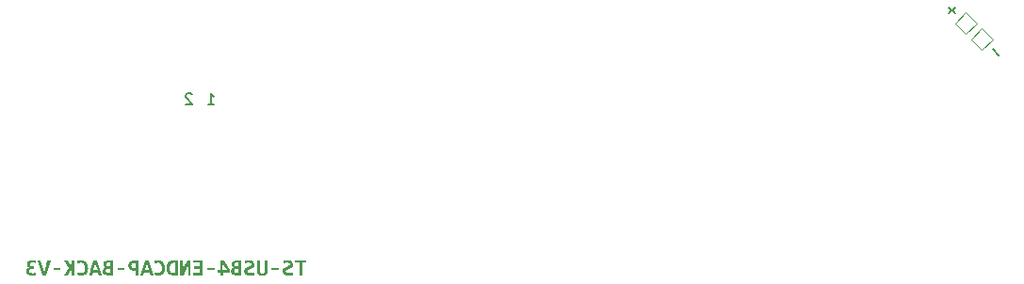
<source format=gbr>
%TF.GenerationSoftware,KiCad,Pcbnew,9.0.0-rc1-661-gd7f89c6576*%
%TF.CreationDate,2025-01-26T21:50:08-05:00*%
%TF.ProjectId,TS_Back_Endcap,54535f42-6163-46b5-9f45-6e646361702e,rev?*%
%TF.SameCoordinates,Original*%
%TF.FileFunction,Legend,Bot*%
%TF.FilePolarity,Positive*%
%FSLAX46Y46*%
G04 Gerber Fmt 4.6, Leading zero omitted, Abs format (unit mm)*
G04 Created by KiCad (PCBNEW 9.0.0-rc1-661-gd7f89c6576) date 2025-01-26 21:50:08*
%MOMM*%
%LPD*%
G01*
G04 APERTURE LIST*
%ADD10C,0.150000*%
%ADD11C,0.300000*%
%ADD12C,0.120000*%
G04 APERTURE END LIST*
D10*
X196003332Y-96791405D02*
X195464584Y-96252657D01*
X191495881Y-92497880D02*
X192034629Y-93036628D01*
X191495881Y-93036628D02*
X192034629Y-92497880D01*
D11*
G36*
X133117977Y-115497028D02*
G01*
X133117977Y-116622500D01*
X133376172Y-116622500D01*
X133376172Y-115497028D01*
X133742994Y-115497028D01*
X133742994Y-115286003D01*
X132751154Y-115286003D01*
X132751154Y-115497028D01*
X133117977Y-115497028D01*
G37*
G36*
X131625500Y-116218217D02*
G01*
X131636115Y-116322883D01*
X131665983Y-116408634D01*
X131714570Y-116482440D01*
X131779190Y-116542083D01*
X131857305Y-116587290D01*
X131952389Y-116620393D01*
X132055502Y-116639335D01*
X132171658Y-116645947D01*
X132276176Y-116642854D01*
X132375539Y-116633765D01*
X132473250Y-116617563D01*
X132570262Y-116593190D01*
X132570262Y-116346994D01*
X132471893Y-116376669D01*
X132368853Y-116400941D01*
X132265905Y-116417244D01*
X132166529Y-116423197D01*
X132097476Y-116419856D01*
X132044529Y-116410924D01*
X131997356Y-116395608D01*
X131962555Y-116377035D01*
X131934707Y-116352983D01*
X131916485Y-116325836D01*
X131905773Y-116294867D01*
X131902105Y-116260165D01*
X131909373Y-116214412D01*
X131930315Y-116177825D01*
X131962046Y-116147215D01*
X132004596Y-116119023D01*
X132109650Y-116072953D01*
X132229543Y-116028898D01*
X132349436Y-115975683D01*
X132405361Y-115942285D01*
X132454491Y-115902044D01*
X132495859Y-115854179D01*
X132528771Y-115797172D01*
X132549409Y-115732327D01*
X132556890Y-115650352D01*
X132549665Y-115573323D01*
X132528222Y-115500967D01*
X132491688Y-115435293D01*
X132438096Y-115377685D01*
X132370084Y-115331519D01*
X132280285Y-115293788D01*
X132178458Y-115270983D01*
X132047643Y-115262555D01*
X131964204Y-115266585D01*
X131878108Y-115276844D01*
X131796134Y-115291773D01*
X131723869Y-115309450D01*
X131723869Y-115538061D01*
X131795585Y-115514614D01*
X131876002Y-115496021D01*
X131959533Y-115483748D01*
X132039400Y-115479443D01*
X132103479Y-115482371D01*
X132152149Y-115490159D01*
X132195592Y-115503413D01*
X132227986Y-115519651D01*
X132253959Y-115541006D01*
X132271034Y-115565905D01*
X132280915Y-115594463D01*
X132284315Y-115626813D01*
X132277256Y-115665905D01*
X132256196Y-115698987D01*
X132224534Y-115726771D01*
X132181366Y-115753209D01*
X132075853Y-115798180D01*
X131954953Y-115843243D01*
X131834053Y-115898014D01*
X131777925Y-115932183D01*
X131728448Y-115972661D01*
X131686599Y-116020407D01*
X131653710Y-116076525D01*
X131632939Y-116139941D01*
X131625500Y-116218217D01*
G37*
G36*
X131259136Y-116177001D02*
G01*
X131259136Y-115954251D01*
X130621754Y-115954251D01*
X130621754Y-116177001D01*
X131259136Y-116177001D01*
G37*
G36*
X129299362Y-116130564D02*
G01*
X129308439Y-116253776D01*
X129333708Y-116355054D01*
X129376211Y-116444847D01*
X129432077Y-116516162D01*
X129502436Y-116572182D01*
X129588332Y-116613249D01*
X129684136Y-116637443D01*
X129795327Y-116645947D01*
X129919223Y-116637172D01*
X130016703Y-116613249D01*
X130101650Y-116572489D01*
X130166363Y-116519185D01*
X130215333Y-116451974D01*
X130249344Y-116369891D01*
X130268217Y-116278818D01*
X130274898Y-116172513D01*
X130274898Y-115286003D01*
X130022840Y-115286003D01*
X130022840Y-116159049D01*
X130019727Y-116224643D01*
X130011116Y-116278941D01*
X129994598Y-116327942D01*
X129970083Y-116367510D01*
X129937264Y-116399325D01*
X129896810Y-116422373D01*
X129849507Y-116435770D01*
X129786077Y-116440783D01*
X129726344Y-116436495D01*
X129680564Y-116424938D01*
X129641074Y-116404120D01*
X129608848Y-116373647D01*
X129584327Y-116334599D01*
X129565800Y-116282971D01*
X129555328Y-116224614D01*
X129551420Y-116148790D01*
X129551420Y-115286003D01*
X129299362Y-115286003D01*
X129299362Y-116130564D01*
G37*
G36*
X128165556Y-116218217D02*
G01*
X128176170Y-116322883D01*
X128206039Y-116408634D01*
X128254626Y-116482440D01*
X128319246Y-116542083D01*
X128397361Y-116587290D01*
X128492444Y-116620393D01*
X128595558Y-116639335D01*
X128711713Y-116645947D01*
X128816232Y-116642854D01*
X128915595Y-116633765D01*
X129013306Y-116617563D01*
X129110318Y-116593190D01*
X129110318Y-116346994D01*
X129011949Y-116376669D01*
X128908909Y-116400941D01*
X128805961Y-116417244D01*
X128706584Y-116423197D01*
X128637532Y-116419856D01*
X128584585Y-116410924D01*
X128537412Y-116395608D01*
X128502611Y-116377035D01*
X128474763Y-116352983D01*
X128456541Y-116325836D01*
X128445829Y-116294867D01*
X128442161Y-116260165D01*
X128449428Y-116214412D01*
X128470371Y-116177825D01*
X128502102Y-116147215D01*
X128544651Y-116119023D01*
X128649706Y-116072953D01*
X128769599Y-116028898D01*
X128889492Y-115975683D01*
X128945416Y-115942285D01*
X128994547Y-115902044D01*
X129035914Y-115854179D01*
X129068827Y-115797172D01*
X129089465Y-115732327D01*
X129096945Y-115650352D01*
X129089721Y-115573323D01*
X129068277Y-115500967D01*
X129031744Y-115435293D01*
X128978152Y-115377685D01*
X128910140Y-115331519D01*
X128820340Y-115293788D01*
X128718514Y-115270983D01*
X128587699Y-115262555D01*
X128504260Y-115266585D01*
X128418164Y-115276844D01*
X128336190Y-115291773D01*
X128263925Y-115309450D01*
X128263925Y-115538061D01*
X128335641Y-115514614D01*
X128416057Y-115496021D01*
X128499589Y-115483748D01*
X128579456Y-115479443D01*
X128643535Y-115482371D01*
X128692205Y-115490159D01*
X128735648Y-115503413D01*
X128768042Y-115519651D01*
X128794015Y-115541006D01*
X128811090Y-115565905D01*
X128820971Y-115594463D01*
X128824370Y-115626813D01*
X128817312Y-115665905D01*
X128796252Y-115698987D01*
X128764590Y-115726771D01*
X128721422Y-115753209D01*
X128615909Y-115798180D01*
X128495009Y-115843243D01*
X128374109Y-115898014D01*
X128317981Y-115932183D01*
X128268504Y-115972661D01*
X128226655Y-116020407D01*
X128193766Y-116076525D01*
X128172995Y-116139941D01*
X128165556Y-116218217D01*
G37*
G36*
X127925221Y-116622500D02*
G01*
X127516358Y-116622500D01*
X127384321Y-116614875D01*
X127276872Y-116593862D01*
X127189857Y-116561636D01*
X127119769Y-116519460D01*
X127060809Y-116462941D01*
X127018449Y-116394580D01*
X126991920Y-116311957D01*
X126982922Y-116216202D01*
X127254042Y-116216202D01*
X127258067Y-116257187D01*
X127269978Y-116295245D01*
X127289493Y-116329642D01*
X127316598Y-116359358D01*
X127350252Y-116383180D01*
X127392894Y-116401948D01*
X127440667Y-116413260D01*
X127498956Y-116417336D01*
X127675177Y-116417336D01*
X127675177Y-116030455D01*
X127518373Y-116030455D01*
X127429829Y-116036987D01*
X127365326Y-116054232D01*
X127319163Y-116079731D01*
X127283085Y-116116651D01*
X127261565Y-116161307D01*
X127254042Y-116216202D01*
X126982922Y-116216202D01*
X126982474Y-116211439D01*
X126987644Y-116148900D01*
X127002441Y-116094569D01*
X127026279Y-116045290D01*
X127056754Y-116003893D01*
X127093916Y-115969021D01*
X127136713Y-115941337D01*
X127183552Y-115921182D01*
X127232518Y-115909005D01*
X127185101Y-115888074D01*
X127145415Y-115861103D01*
X127111499Y-115828112D01*
X127083957Y-115790761D01*
X127062637Y-115749254D01*
X127047595Y-115703566D01*
X127038749Y-115655625D01*
X127038410Y-115649986D01*
X127298097Y-115649986D01*
X127301111Y-115687723D01*
X127309912Y-115722159D01*
X127325371Y-115753575D01*
X127348838Y-115781602D01*
X127379018Y-115804258D01*
X127418539Y-115822268D01*
X127463658Y-115833020D01*
X127522495Y-115837015D01*
X127675177Y-115837015D01*
X127675177Y-115485305D01*
X127522495Y-115485305D01*
X127464393Y-115488485D01*
X127419547Y-115497028D01*
X127379731Y-115511610D01*
X127349846Y-115530001D01*
X127326253Y-115553793D01*
X127310370Y-115581842D01*
X127301269Y-115613557D01*
X127298097Y-115649986D01*
X127038410Y-115649986D01*
X127035780Y-115606205D01*
X127043570Y-115527648D01*
X127065493Y-115463138D01*
X127100687Y-115409739D01*
X127150086Y-115365595D01*
X127207823Y-115333564D01*
X127281708Y-115308610D01*
X127375320Y-115292073D01*
X127492820Y-115286003D01*
X127925221Y-115286003D01*
X127925221Y-116622500D01*
G37*
G36*
X126864138Y-116136243D02*
G01*
X126864138Y-116352855D01*
X126241136Y-116352855D01*
X126241136Y-116622500D01*
X125997229Y-116622500D01*
X125997229Y-116352855D01*
X125794355Y-116352855D01*
X125794355Y-116130106D01*
X125997229Y-116130106D01*
X126238022Y-116130106D01*
X126619224Y-116130106D01*
X126238022Y-115527895D01*
X126238022Y-116130106D01*
X125997229Y-116130106D01*
X125997229Y-115286003D01*
X126341520Y-115286003D01*
X126864138Y-116136243D01*
G37*
G36*
X125492562Y-116177001D02*
G01*
X125492562Y-115954251D01*
X124855180Y-115954251D01*
X124855180Y-116177001D01*
X125492562Y-116177001D01*
G37*
G36*
X124408857Y-116622500D02*
G01*
X124408857Y-115286003D01*
X123602489Y-115286003D01*
X123602489Y-115497028D01*
X124152768Y-115497028D01*
X124152768Y-115831153D01*
X123628134Y-115831153D01*
X123628134Y-116036317D01*
X124152768Y-116036317D01*
X124152768Y-116411474D01*
X123602489Y-116411474D01*
X123602489Y-116622500D01*
X124408857Y-116622500D01*
G37*
G36*
X122685846Y-116622500D02*
G01*
X123044516Y-115824924D01*
X123118247Y-115653100D01*
X123118247Y-116207317D01*
X123118247Y-116622500D01*
X123347774Y-116622500D01*
X123347774Y-115286003D01*
X123038380Y-115286003D01*
X122672565Y-116088707D01*
X122607993Y-116245144D01*
X122607993Y-115655115D01*
X122607993Y-115286003D01*
X122378466Y-115286003D01*
X122378466Y-116622500D01*
X122685846Y-116622500D01*
G37*
G36*
X122202703Y-116622500D02*
G01*
X121862533Y-116622500D01*
X121744888Y-116616587D01*
X121644217Y-116599958D01*
X121558176Y-116573956D01*
X121476960Y-116536115D01*
X121407947Y-116490114D01*
X121349715Y-116435928D01*
X121300744Y-116373008D01*
X121260782Y-116301306D01*
X121229822Y-116219682D01*
X121201360Y-116088507D01*
X121192434Y-115953702D01*
X121461823Y-115953702D01*
X121469167Y-116074931D01*
X121489105Y-116170097D01*
X121519214Y-116244131D01*
X121558176Y-116301106D01*
X121609827Y-116347940D01*
X121672368Y-116382125D01*
X121748055Y-116403747D01*
X121840002Y-116411474D01*
X121950644Y-116411474D01*
X121950644Y-115497028D01*
X121822508Y-115497028D01*
X121724036Y-115505325D01*
X121649401Y-115527711D01*
X121586367Y-115565666D01*
X121538209Y-115617104D01*
X121503361Y-115680674D01*
X121479225Y-115760628D01*
X121466433Y-115848468D01*
X121461823Y-115953702D01*
X121192434Y-115953702D01*
X121191354Y-115937398D01*
X121196062Y-115824362D01*
X121209274Y-115727572D01*
X121229822Y-115644948D01*
X121260597Y-115565970D01*
X121299061Y-115498973D01*
X121345044Y-115442440D01*
X121399768Y-115394442D01*
X121463418Y-115355116D01*
X121537202Y-115324379D01*
X121657970Y-115296188D01*
X121806113Y-115286003D01*
X122202703Y-115286003D01*
X122202703Y-116622500D01*
G37*
G36*
X120108748Y-116563881D02*
G01*
X120197854Y-116598023D01*
X120281397Y-116621309D01*
X120366038Y-116635333D01*
X120455053Y-116640085D01*
X120550715Y-116635026D01*
X120635494Y-116620559D01*
X120710776Y-116597495D01*
X120781676Y-116564129D01*
X120843897Y-116522001D01*
X120898354Y-116470825D01*
X120944207Y-116411670D01*
X120982854Y-116342569D01*
X121014125Y-116262180D01*
X121035312Y-116178187D01*
X121048766Y-116082133D01*
X121053510Y-115972386D01*
X121048387Y-115860071D01*
X121033743Y-115760197D01*
X121010462Y-115671326D01*
X120976779Y-115586121D01*
X120935749Y-115512365D01*
X120887547Y-115448760D01*
X120830541Y-115393081D01*
X120766084Y-115347055D01*
X120693373Y-115310274D01*
X120615825Y-115284224D01*
X120530642Y-115268121D01*
X120436644Y-115262555D01*
X120350090Y-115264570D01*
X120270681Y-115272081D01*
X120191821Y-115286461D01*
X120108748Y-115309450D01*
X120108748Y-115561509D01*
X120195687Y-115525563D01*
X120274802Y-115502799D01*
X120352194Y-115489425D01*
X120418234Y-115485305D01*
X120508939Y-115494394D01*
X120581174Y-115519651D01*
X120642774Y-115560826D01*
X120692366Y-115615822D01*
X120729527Y-115682253D01*
X120756388Y-115763192D01*
X120771507Y-115851046D01*
X120776813Y-115950954D01*
X120771281Y-116056279D01*
X120755839Y-116144852D01*
X120728310Y-116225361D01*
X120690717Y-116289658D01*
X120640661Y-116341870D01*
X120578060Y-116380241D01*
X120505272Y-116403219D01*
X120415120Y-116411474D01*
X120341847Y-116404696D01*
X120261980Y-116386744D01*
X120182021Y-116360457D01*
X120108748Y-116329408D01*
X120108748Y-116563881D01*
G37*
G36*
X119980062Y-116622500D02*
G01*
X119730019Y-116622500D01*
X119654273Y-116358717D01*
X119186975Y-116358717D01*
X119113244Y-116622500D01*
X118834533Y-116622500D01*
X118973655Y-116153553D01*
X119243304Y-116153553D01*
X119593823Y-116153553D01*
X119417510Y-115527070D01*
X119243304Y-116153553D01*
X118973655Y-116153553D01*
X119231030Y-115286003D01*
X119583564Y-115286003D01*
X119980062Y-116622500D01*
G37*
G36*
X118692567Y-116622500D02*
G01*
X118438401Y-116622500D01*
X118438401Y-116194586D01*
X118310357Y-116194586D01*
X118179947Y-116185120D01*
X118072678Y-116158774D01*
X117977147Y-116114834D01*
X117901586Y-116058390D01*
X117841424Y-115987906D01*
X117798088Y-115905250D01*
X117772114Y-115813720D01*
X117764736Y-115729670D01*
X118027524Y-115729670D01*
X118032176Y-115785707D01*
X118045476Y-115834267D01*
X118067659Y-115877885D01*
X118097774Y-115914501D01*
X118135467Y-115943752D01*
X118182221Y-115965792D01*
X118234727Y-115978879D01*
X118297992Y-115983560D01*
X118438401Y-115983560D01*
X118438401Y-115497028D01*
X118306235Y-115497028D01*
X118237211Y-115501398D01*
X118182313Y-115513332D01*
X118133551Y-115533631D01*
X118095668Y-115560043D01*
X118065730Y-115593606D01*
X118044468Y-115633682D01*
X118031899Y-115678470D01*
X118027524Y-115729670D01*
X117764736Y-115729670D01*
X117763192Y-115712084D01*
X117772398Y-115613588D01*
X117798546Y-115530368D01*
X117842082Y-115457253D01*
X117902044Y-115396645D01*
X117976295Y-115349787D01*
X118070114Y-115314213D01*
X118174153Y-115293476D01*
X118300099Y-115286003D01*
X118692567Y-115286003D01*
X118692567Y-116622500D01*
G37*
G36*
X117419359Y-116177001D02*
G01*
X117419359Y-115954251D01*
X116781977Y-115954251D01*
X116781977Y-116177001D01*
X117419359Y-116177001D01*
G37*
G36*
X116392074Y-116622500D02*
G01*
X115983211Y-116622500D01*
X115851174Y-116614875D01*
X115743725Y-116593862D01*
X115656710Y-116561636D01*
X115586622Y-116519460D01*
X115527662Y-116462941D01*
X115485302Y-116394580D01*
X115458773Y-116311957D01*
X115449775Y-116216202D01*
X115720894Y-116216202D01*
X115724920Y-116257187D01*
X115736831Y-116295245D01*
X115756346Y-116329642D01*
X115783451Y-116359358D01*
X115817105Y-116383180D01*
X115859746Y-116401948D01*
X115907520Y-116413260D01*
X115965809Y-116417336D01*
X116142030Y-116417336D01*
X116142030Y-116030455D01*
X115985226Y-116030455D01*
X115896682Y-116036987D01*
X115832179Y-116054232D01*
X115786016Y-116079731D01*
X115749938Y-116116651D01*
X115728418Y-116161307D01*
X115720894Y-116216202D01*
X115449775Y-116216202D01*
X115449327Y-116211439D01*
X115454497Y-116148900D01*
X115469294Y-116094569D01*
X115493132Y-116045290D01*
X115523607Y-116003893D01*
X115560769Y-115969021D01*
X115603566Y-115941337D01*
X115650404Y-115921182D01*
X115699370Y-115909005D01*
X115651954Y-115888074D01*
X115612267Y-115861103D01*
X115578352Y-115828112D01*
X115550810Y-115790761D01*
X115529489Y-115749254D01*
X115514448Y-115703566D01*
X115505601Y-115655625D01*
X115505262Y-115649986D01*
X115764950Y-115649986D01*
X115767964Y-115687723D01*
X115776765Y-115722159D01*
X115792224Y-115753575D01*
X115815691Y-115781602D01*
X115845870Y-115804258D01*
X115885392Y-115822268D01*
X115930511Y-115833020D01*
X115989348Y-115837015D01*
X116142030Y-115837015D01*
X116142030Y-115485305D01*
X115989348Y-115485305D01*
X115931245Y-115488485D01*
X115886399Y-115497028D01*
X115846583Y-115511610D01*
X115816699Y-115530001D01*
X115793106Y-115553793D01*
X115777223Y-115581842D01*
X115768122Y-115613557D01*
X115764950Y-115649986D01*
X115505262Y-115649986D01*
X115502633Y-115606205D01*
X115510423Y-115527648D01*
X115532346Y-115463138D01*
X115567539Y-115409739D01*
X115616939Y-115365595D01*
X115674675Y-115333564D01*
X115748561Y-115308610D01*
X115842173Y-115292073D01*
X115959672Y-115286003D01*
X116392074Y-115286003D01*
X116392074Y-116622500D01*
G37*
G36*
X115366803Y-116622500D02*
G01*
X115116760Y-116622500D01*
X115041014Y-116358717D01*
X114573716Y-116358717D01*
X114499985Y-116622500D01*
X114221274Y-116622500D01*
X114360396Y-116153553D01*
X114630045Y-116153553D01*
X114980564Y-116153553D01*
X114804251Y-115527070D01*
X114630045Y-116153553D01*
X114360396Y-116153553D01*
X114617772Y-115286003D01*
X114970306Y-115286003D01*
X115366803Y-116622500D01*
G37*
G36*
X113188859Y-116563881D02*
G01*
X113277966Y-116598023D01*
X113361508Y-116621309D01*
X113446150Y-116635333D01*
X113535165Y-116640085D01*
X113630827Y-116635026D01*
X113715605Y-116620559D01*
X113790887Y-116597495D01*
X113861787Y-116564129D01*
X113924008Y-116522001D01*
X113978466Y-116470825D01*
X114024318Y-116411670D01*
X114062966Y-116342569D01*
X114094237Y-116262180D01*
X114115423Y-116178187D01*
X114128878Y-116082133D01*
X114133621Y-115972386D01*
X114128499Y-115860071D01*
X114113855Y-115760197D01*
X114090573Y-115671326D01*
X114056891Y-115586121D01*
X114015860Y-115512365D01*
X113967658Y-115448760D01*
X113910653Y-115393081D01*
X113846195Y-115347055D01*
X113773485Y-115310274D01*
X113695937Y-115284224D01*
X113610753Y-115268121D01*
X113516755Y-115262555D01*
X113430202Y-115264570D01*
X113350792Y-115272081D01*
X113271932Y-115286461D01*
X113188859Y-115309450D01*
X113188859Y-115561509D01*
X113275799Y-115525563D01*
X113354914Y-115502799D01*
X113432306Y-115489425D01*
X113498346Y-115485305D01*
X113589051Y-115494394D01*
X113661286Y-115519651D01*
X113722886Y-115560826D01*
X113772478Y-115615822D01*
X113809638Y-115682253D01*
X113836500Y-115763192D01*
X113851619Y-115851046D01*
X113856925Y-115950954D01*
X113851392Y-116056279D01*
X113835950Y-116144852D01*
X113808422Y-116225361D01*
X113770829Y-116289658D01*
X113720773Y-116341870D01*
X113658172Y-116380241D01*
X113585383Y-116403219D01*
X113495231Y-116411474D01*
X113421959Y-116404696D01*
X113342091Y-116386744D01*
X113262132Y-116360457D01*
X113188859Y-116329408D01*
X113188859Y-116563881D01*
G37*
G36*
X112273223Y-116622500D02*
G01*
X112675949Y-115976233D01*
X112675949Y-116622500D01*
X112932130Y-116622500D01*
X112932130Y-115286003D01*
X112675949Y-115286003D01*
X112675949Y-115898106D01*
X112275330Y-115286003D01*
X111970973Y-115286003D01*
X112425906Y-115924484D01*
X111947434Y-116622500D01*
X112273223Y-116622500D01*
G37*
G36*
X111652786Y-116177001D02*
G01*
X111652786Y-115954251D01*
X111015403Y-115954251D01*
X111015403Y-116177001D01*
X111652786Y-116177001D01*
G37*
G36*
X110014771Y-116622500D02*
G01*
X110348803Y-116622500D01*
X110757666Y-115286003D01*
X110471810Y-115286003D01*
X110245306Y-116090813D01*
X110172582Y-116354596D01*
X110096745Y-116075426D01*
X109872347Y-115286003D01*
X109603893Y-115286003D01*
X110014771Y-116622500D01*
G37*
G36*
X108559206Y-116216385D02*
G01*
X108568724Y-116312259D01*
X108596117Y-116395354D01*
X108642284Y-116468226D01*
X108709323Y-116530634D01*
X108792633Y-116578686D01*
X108901481Y-116616271D01*
X109022639Y-116637989D01*
X109173965Y-116645947D01*
X109247329Y-116644207D01*
X109323625Y-116639535D01*
X109397447Y-116632483D01*
X109461927Y-116622500D01*
X109461927Y-116405612D01*
X109316939Y-116426769D01*
X109149418Y-116434921D01*
X109067343Y-116431085D01*
X109002873Y-116420724D01*
X108945035Y-116402624D01*
X108901481Y-116379600D01*
X108866376Y-116349121D01*
X108842497Y-116313105D01*
X108828423Y-116271609D01*
X108823537Y-116223712D01*
X108828505Y-116181417D01*
X108843046Y-116143936D01*
X108867071Y-116111385D01*
X108902489Y-116083120D01*
X108945969Y-116061622D01*
X109004430Y-116044285D01*
X109069290Y-116034186D01*
X109151433Y-116030455D01*
X109299994Y-116030455D01*
X109299994Y-115837015D01*
X109163707Y-115837015D01*
X109087369Y-115832654D01*
X109031083Y-115821169D01*
X108982021Y-115801846D01*
X108947002Y-115778854D01*
X108920088Y-115749649D01*
X108902489Y-115716114D01*
X108892484Y-115679090D01*
X108889117Y-115640002D01*
X108895524Y-115588088D01*
X108913393Y-115547669D01*
X108942423Y-115515988D01*
X108980403Y-115494034D01*
X109033758Y-115479204D01*
X109107378Y-115473581D01*
X109186799Y-115477592D01*
X109265190Y-115489610D01*
X109426023Y-115532199D01*
X109426023Y-115321174D01*
X109337913Y-115294521D01*
X109253924Y-115276477D01*
X109168836Y-115265761D01*
X109079718Y-115262555D01*
X108972793Y-115268842D01*
X108885545Y-115286186D01*
X108806986Y-115315552D01*
X108745135Y-115353322D01*
X108695103Y-115401939D01*
X108659589Y-115459568D01*
X108638287Y-115524761D01*
X108630921Y-115599061D01*
X108637753Y-115678733D01*
X108656787Y-115743579D01*
X108686792Y-115796531D01*
X108728011Y-115841976D01*
X108779569Y-115880410D01*
X108843046Y-115911936D01*
X108780691Y-115926169D01*
X108726268Y-115947290D01*
X108677348Y-115976236D01*
X108636600Y-116011862D01*
X108603552Y-116054229D01*
X108579172Y-116102629D01*
X108564359Y-116155757D01*
X108559206Y-116216385D01*
G37*
D10*
X124899411Y-101244819D02*
X125470839Y-101244819D01*
X125185125Y-101244819D02*
X125185125Y-100244819D01*
X125185125Y-100244819D02*
X125280363Y-100387676D01*
X125280363Y-100387676D02*
X125375601Y-100482914D01*
X125375601Y-100482914D02*
X125470839Y-100530533D01*
X123470839Y-100340057D02*
X123423220Y-100292438D01*
X123423220Y-100292438D02*
X123327982Y-100244819D01*
X123327982Y-100244819D02*
X123089887Y-100244819D01*
X123089887Y-100244819D02*
X122994649Y-100292438D01*
X122994649Y-100292438D02*
X122947030Y-100340057D01*
X122947030Y-100340057D02*
X122899411Y-100435295D01*
X122899411Y-100435295D02*
X122899411Y-100530533D01*
X122899411Y-100530533D02*
X122947030Y-100673390D01*
X122947030Y-100673390D02*
X123518458Y-101244819D01*
X123518458Y-101244819D02*
X122899411Y-101244819D01*
D12*
%TO.C,TP3*%
X194467107Y-94369694D02*
X193477158Y-95359643D01*
X195457056Y-95359643D02*
X194467107Y-94369694D01*
X193477158Y-95359643D02*
X194467107Y-96349592D01*
X194467107Y-96349592D02*
X195457056Y-95359643D01*
%TO.C,TP2*%
X193032107Y-92939694D02*
X192042158Y-93929643D01*
X194022056Y-93929643D02*
X193032107Y-92939694D01*
X192042158Y-93929643D02*
X193032107Y-94919592D01*
X193032107Y-94919592D02*
X194022056Y-93929643D01*
%TD*%
M02*

</source>
